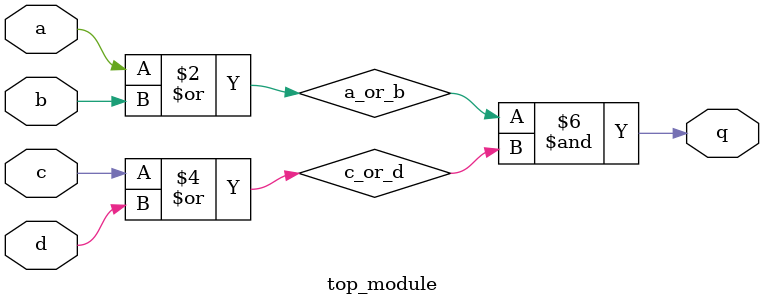
<source format=sv>
module top_module (
  input a,
  input b,
  input c,
  input d,
  output reg q
);

  reg a_or_b;
  reg c_or_d;

  always @(a, b)
    a_or_b = a | b;

  always @(c, d)
    c_or_d = c | d;

  always @(a_or_b, c_or_d)
    q = a_or_b & c_or_d;

endmodule

</source>
